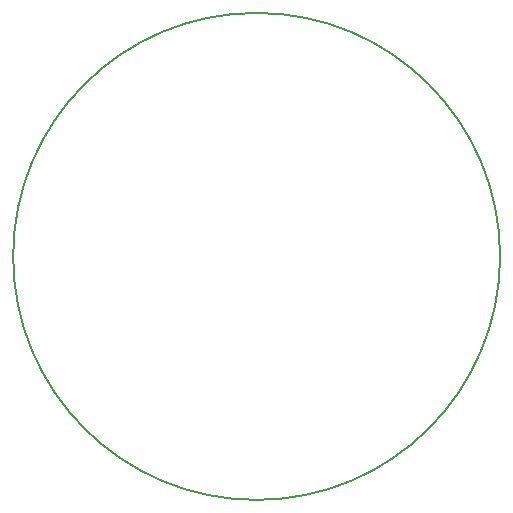
<source format=gbr>
G04 #@! TF.GenerationSoftware,KiCad,Pcbnew,(5.1.10-1-10_14)*
G04 #@! TF.CreationDate,2021-08-06T16:45:07+03:00*
G04 #@! TF.ProjectId,hhv_coin,6868765f-636f-4696-9e2e-6b696361645f,rev?*
G04 #@! TF.SameCoordinates,Original*
G04 #@! TF.FileFunction,Profile,NP*
%FSLAX46Y46*%
G04 Gerber Fmt 4.6, Leading zero omitted, Abs format (unit mm)*
G04 Created by KiCad (PCBNEW (5.1.10-1-10_14)) date 2021-08-06 16:45:07*
%MOMM*%
%LPD*%
G01*
G04 APERTURE LIST*
G04 #@! TA.AperFunction,Profile*
%ADD10C,0.150000*%
G04 #@! TD*
G04 APERTURE END LIST*
D10*
X19415528Y-900000D02*
G75*
G03*
X19415528Y-900000I-20615528J0D01*
G01*
M02*

</source>
